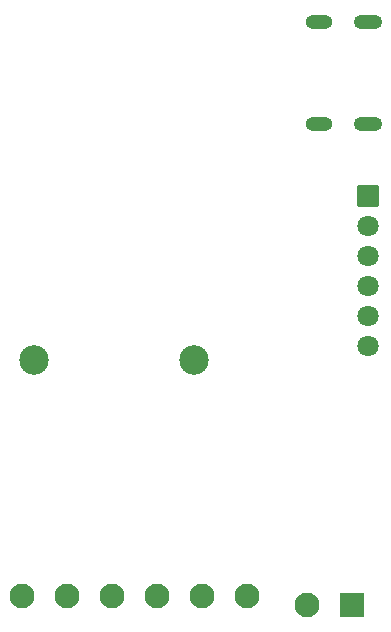
<source format=gbs>
G04 Layer: BottomSolderMaskLayer*
G04 EasyEDA v6.5.50, 2025-07-27 16:18:48*
G04 6265f8cd8a4c44cf81f9f4f73efdf9d8,5db155e37078497989a25cdeaf243bf5,10*
G04 Gerber Generator version 0.2*
G04 Scale: 100 percent, Rotated: No, Reflected: No *
G04 Dimensions in millimeters *
G04 leading zeros omitted , absolute positions ,4 integer and 5 decimal *
%FSLAX45Y45*%
%MOMM*%

%AMMACRO1*4,1,8,-0.8711,-0.9008,-0.9008,-0.871,-0.9008,0.8711,-0.8711,0.9008,0.871,0.9008,0.9008,0.8711,0.9008,-0.871,0.871,-0.9008,-0.8711,-0.9008,0*%
%AMMACRO2*4,1,8,-1.0207,-1.05,-1.05,-1.0207,-1.05,1.0207,-1.0207,1.05,1.0207,1.05,1.05,1.0207,1.05,-1.0207,1.0207,-1.05,-1.0207,-1.05,0*%
%ADD10MACRO1*%
%ADD11C,1.8016*%
%ADD12O,2.3015956X1.2015978000000003*%
%ADD13O,2.4015954X1.2015978000000003*%
%ADD14C,2.5016*%
%ADD15C,2.1000*%
%ADD16C,2.1000*%
%ADD17MACRO2*%
%ADD18C,0.0151*%

%LPD*%
D10*
G01*
X3669992Y4064993D03*
D11*
G01*
X3669995Y3810990D03*
G01*
X3669995Y3556990D03*
G01*
X3669995Y3302990D03*
G01*
X3669995Y3048990D03*
G01*
X3669995Y2794990D03*
D12*
G01*
X3252850Y4677994D03*
G01*
X3252850Y5541975D03*
D13*
G01*
X3667861Y5542000D03*
G01*
X3667861Y4677994D03*
D14*
G01*
X2200020Y2680004D03*
G01*
X840003Y2680004D03*
D15*
G01*
X1499514Y679983D03*
G01*
X2642514Y679983D03*
G01*
X2261514Y679983D03*
G01*
X1880514Y679983D03*
G01*
X1118514Y679983D03*
G01*
X737514Y679983D03*
D16*
G01*
X3149498Y609980D03*
D17*
G01*
X3530493Y609998D03*
M02*

</source>
